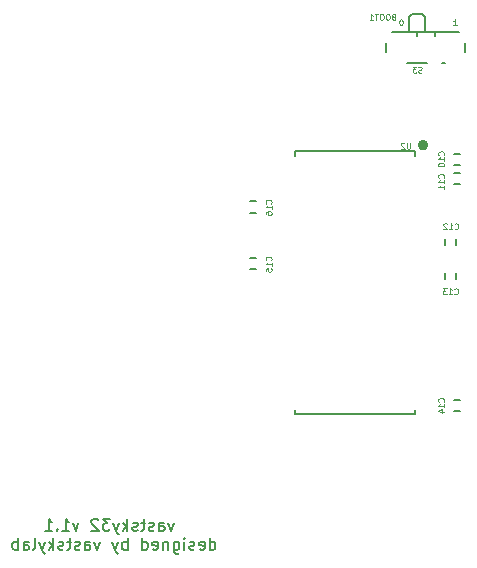
<source format=gbr>
G04 #@! TF.FileFunction,Legend,Bot*
%FSLAX46Y46*%
G04 Gerber Fmt 4.6, Leading zero omitted, Abs format (unit mm)*
G04 Created by KiCad (PCBNEW 4.0.6) date 03/11/19 23:36:44*
%MOMM*%
%LPD*%
G01*
G04 APERTURE LIST*
%ADD10C,0.100000*%
%ADD11C,0.070000*%
%ADD12C,0.150000*%
%ADD13C,0.500000*%
G04 APERTURE END LIST*
D10*
D11*
X137886191Y-100696190D02*
X137933810Y-100696190D01*
X137981429Y-100720000D01*
X138005238Y-100743810D01*
X138029048Y-100791429D01*
X138052857Y-100886667D01*
X138052857Y-101005714D01*
X138029048Y-101100952D01*
X138005238Y-101148571D01*
X137981429Y-101172381D01*
X137933810Y-101196190D01*
X137886191Y-101196190D01*
X137838572Y-101172381D01*
X137814762Y-101148571D01*
X137790953Y-101100952D01*
X137767143Y-101005714D01*
X137767143Y-100886667D01*
X137790953Y-100791429D01*
X137814762Y-100743810D01*
X137838572Y-100720000D01*
X137886191Y-100696190D01*
X142632857Y-101196190D02*
X142347143Y-101196190D01*
X142490000Y-101196190D02*
X142490000Y-100696190D01*
X142442381Y-100767619D01*
X142394762Y-100815238D01*
X142347143Y-100839048D01*
D12*
X121709049Y-145602381D02*
X121709049Y-144602381D01*
X121709049Y-145554762D02*
X121804287Y-145602381D01*
X121994764Y-145602381D01*
X122090002Y-145554762D01*
X122137621Y-145507143D01*
X122185240Y-145411905D01*
X122185240Y-145126190D01*
X122137621Y-145030952D01*
X122090002Y-144983333D01*
X121994764Y-144935714D01*
X121804287Y-144935714D01*
X121709049Y-144983333D01*
X120851906Y-145554762D02*
X120947144Y-145602381D01*
X121137621Y-145602381D01*
X121232859Y-145554762D01*
X121280478Y-145459524D01*
X121280478Y-145078571D01*
X121232859Y-144983333D01*
X121137621Y-144935714D01*
X120947144Y-144935714D01*
X120851906Y-144983333D01*
X120804287Y-145078571D01*
X120804287Y-145173810D01*
X121280478Y-145269048D01*
X120423335Y-145554762D02*
X120328097Y-145602381D01*
X120137621Y-145602381D01*
X120042382Y-145554762D01*
X119994763Y-145459524D01*
X119994763Y-145411905D01*
X120042382Y-145316667D01*
X120137621Y-145269048D01*
X120280478Y-145269048D01*
X120375716Y-145221429D01*
X120423335Y-145126190D01*
X120423335Y-145078571D01*
X120375716Y-144983333D01*
X120280478Y-144935714D01*
X120137621Y-144935714D01*
X120042382Y-144983333D01*
X119566192Y-145602381D02*
X119566192Y-144935714D01*
X119566192Y-144602381D02*
X119613811Y-144650000D01*
X119566192Y-144697619D01*
X119518573Y-144650000D01*
X119566192Y-144602381D01*
X119566192Y-144697619D01*
X118661430Y-144935714D02*
X118661430Y-145745238D01*
X118709049Y-145840476D01*
X118756668Y-145888095D01*
X118851907Y-145935714D01*
X118994764Y-145935714D01*
X119090002Y-145888095D01*
X118661430Y-145554762D02*
X118756668Y-145602381D01*
X118947145Y-145602381D01*
X119042383Y-145554762D01*
X119090002Y-145507143D01*
X119137621Y-145411905D01*
X119137621Y-145126190D01*
X119090002Y-145030952D01*
X119042383Y-144983333D01*
X118947145Y-144935714D01*
X118756668Y-144935714D01*
X118661430Y-144983333D01*
X118185240Y-144935714D02*
X118185240Y-145602381D01*
X118185240Y-145030952D02*
X118137621Y-144983333D01*
X118042383Y-144935714D01*
X117899525Y-144935714D01*
X117804287Y-144983333D01*
X117756668Y-145078571D01*
X117756668Y-145602381D01*
X116899525Y-145554762D02*
X116994763Y-145602381D01*
X117185240Y-145602381D01*
X117280478Y-145554762D01*
X117328097Y-145459524D01*
X117328097Y-145078571D01*
X117280478Y-144983333D01*
X117185240Y-144935714D01*
X116994763Y-144935714D01*
X116899525Y-144983333D01*
X116851906Y-145078571D01*
X116851906Y-145173810D01*
X117328097Y-145269048D01*
X115994763Y-145602381D02*
X115994763Y-144602381D01*
X115994763Y-145554762D02*
X116090001Y-145602381D01*
X116280478Y-145602381D01*
X116375716Y-145554762D01*
X116423335Y-145507143D01*
X116470954Y-145411905D01*
X116470954Y-145126190D01*
X116423335Y-145030952D01*
X116375716Y-144983333D01*
X116280478Y-144935714D01*
X116090001Y-144935714D01*
X115994763Y-144983333D01*
X114756668Y-145602381D02*
X114756668Y-144602381D01*
X114756668Y-144983333D02*
X114661430Y-144935714D01*
X114470953Y-144935714D01*
X114375715Y-144983333D01*
X114328096Y-145030952D01*
X114280477Y-145126190D01*
X114280477Y-145411905D01*
X114328096Y-145507143D01*
X114375715Y-145554762D01*
X114470953Y-145602381D01*
X114661430Y-145602381D01*
X114756668Y-145554762D01*
X113947144Y-144935714D02*
X113709049Y-145602381D01*
X113470953Y-144935714D02*
X113709049Y-145602381D01*
X113804287Y-145840476D01*
X113851906Y-145888095D01*
X113947144Y-145935714D01*
X112423334Y-144935714D02*
X112185239Y-145602381D01*
X111947143Y-144935714D01*
X111137619Y-145602381D02*
X111137619Y-145078571D01*
X111185238Y-144983333D01*
X111280476Y-144935714D01*
X111470953Y-144935714D01*
X111566191Y-144983333D01*
X111137619Y-145554762D02*
X111232857Y-145602381D01*
X111470953Y-145602381D01*
X111566191Y-145554762D01*
X111613810Y-145459524D01*
X111613810Y-145364286D01*
X111566191Y-145269048D01*
X111470953Y-145221429D01*
X111232857Y-145221429D01*
X111137619Y-145173810D01*
X110709048Y-145554762D02*
X110613810Y-145602381D01*
X110423334Y-145602381D01*
X110328095Y-145554762D01*
X110280476Y-145459524D01*
X110280476Y-145411905D01*
X110328095Y-145316667D01*
X110423334Y-145269048D01*
X110566191Y-145269048D01*
X110661429Y-145221429D01*
X110709048Y-145126190D01*
X110709048Y-145078571D01*
X110661429Y-144983333D01*
X110566191Y-144935714D01*
X110423334Y-144935714D01*
X110328095Y-144983333D01*
X109994762Y-144935714D02*
X109613810Y-144935714D01*
X109851905Y-144602381D02*
X109851905Y-145459524D01*
X109804286Y-145554762D01*
X109709048Y-145602381D01*
X109613810Y-145602381D01*
X109328095Y-145554762D02*
X109232857Y-145602381D01*
X109042381Y-145602381D01*
X108947142Y-145554762D01*
X108899523Y-145459524D01*
X108899523Y-145411905D01*
X108947142Y-145316667D01*
X109042381Y-145269048D01*
X109185238Y-145269048D01*
X109280476Y-145221429D01*
X109328095Y-145126190D01*
X109328095Y-145078571D01*
X109280476Y-144983333D01*
X109185238Y-144935714D01*
X109042381Y-144935714D01*
X108947142Y-144983333D01*
X108470952Y-145602381D02*
X108470952Y-144602381D01*
X108375714Y-145221429D02*
X108089999Y-145602381D01*
X108089999Y-144935714D02*
X108470952Y-145316667D01*
X107756666Y-144935714D02*
X107518571Y-145602381D01*
X107280475Y-144935714D02*
X107518571Y-145602381D01*
X107613809Y-145840476D01*
X107661428Y-145888095D01*
X107756666Y-145935714D01*
X106756666Y-145602381D02*
X106851904Y-145554762D01*
X106899523Y-145459524D01*
X106899523Y-144602381D01*
X105947141Y-145602381D02*
X105947141Y-145078571D01*
X105994760Y-144983333D01*
X106089998Y-144935714D01*
X106280475Y-144935714D01*
X106375713Y-144983333D01*
X105947141Y-145554762D02*
X106042379Y-145602381D01*
X106280475Y-145602381D01*
X106375713Y-145554762D01*
X106423332Y-145459524D01*
X106423332Y-145364286D01*
X106375713Y-145269048D01*
X106280475Y-145221429D01*
X106042379Y-145221429D01*
X105947141Y-145173810D01*
X105470951Y-145602381D02*
X105470951Y-144602381D01*
X105470951Y-144983333D02*
X105375713Y-144935714D01*
X105185236Y-144935714D01*
X105089998Y-144983333D01*
X105042379Y-145030952D01*
X104994760Y-145126190D01*
X104994760Y-145411905D01*
X105042379Y-145507143D01*
X105089998Y-145554762D01*
X105185236Y-145602381D01*
X105375713Y-145602381D01*
X105470951Y-145554762D01*
X118696191Y-143315714D02*
X118458096Y-143982381D01*
X118220000Y-143315714D01*
X117410476Y-143982381D02*
X117410476Y-143458571D01*
X117458095Y-143363333D01*
X117553333Y-143315714D01*
X117743810Y-143315714D01*
X117839048Y-143363333D01*
X117410476Y-143934762D02*
X117505714Y-143982381D01*
X117743810Y-143982381D01*
X117839048Y-143934762D01*
X117886667Y-143839524D01*
X117886667Y-143744286D01*
X117839048Y-143649048D01*
X117743810Y-143601429D01*
X117505714Y-143601429D01*
X117410476Y-143553810D01*
X116981905Y-143934762D02*
X116886667Y-143982381D01*
X116696191Y-143982381D01*
X116600952Y-143934762D01*
X116553333Y-143839524D01*
X116553333Y-143791905D01*
X116600952Y-143696667D01*
X116696191Y-143649048D01*
X116839048Y-143649048D01*
X116934286Y-143601429D01*
X116981905Y-143506190D01*
X116981905Y-143458571D01*
X116934286Y-143363333D01*
X116839048Y-143315714D01*
X116696191Y-143315714D01*
X116600952Y-143363333D01*
X116267619Y-143315714D02*
X115886667Y-143315714D01*
X116124762Y-142982381D02*
X116124762Y-143839524D01*
X116077143Y-143934762D01*
X115981905Y-143982381D01*
X115886667Y-143982381D01*
X115600952Y-143934762D02*
X115505714Y-143982381D01*
X115315238Y-143982381D01*
X115219999Y-143934762D01*
X115172380Y-143839524D01*
X115172380Y-143791905D01*
X115219999Y-143696667D01*
X115315238Y-143649048D01*
X115458095Y-143649048D01*
X115553333Y-143601429D01*
X115600952Y-143506190D01*
X115600952Y-143458571D01*
X115553333Y-143363333D01*
X115458095Y-143315714D01*
X115315238Y-143315714D01*
X115219999Y-143363333D01*
X114743809Y-143982381D02*
X114743809Y-142982381D01*
X114648571Y-143601429D02*
X114362856Y-143982381D01*
X114362856Y-143315714D02*
X114743809Y-143696667D01*
X114029523Y-143315714D02*
X113791428Y-143982381D01*
X113553332Y-143315714D02*
X113791428Y-143982381D01*
X113886666Y-144220476D01*
X113934285Y-144268095D01*
X114029523Y-144315714D01*
X113267618Y-142982381D02*
X112648570Y-142982381D01*
X112981904Y-143363333D01*
X112839046Y-143363333D01*
X112743808Y-143410952D01*
X112696189Y-143458571D01*
X112648570Y-143553810D01*
X112648570Y-143791905D01*
X112696189Y-143887143D01*
X112743808Y-143934762D01*
X112839046Y-143982381D01*
X113124761Y-143982381D01*
X113219999Y-143934762D01*
X113267618Y-143887143D01*
X112267618Y-143077619D02*
X112219999Y-143030000D01*
X112124761Y-142982381D01*
X111886665Y-142982381D01*
X111791427Y-143030000D01*
X111743808Y-143077619D01*
X111696189Y-143172857D01*
X111696189Y-143268095D01*
X111743808Y-143410952D01*
X112315237Y-143982381D01*
X111696189Y-143982381D01*
X110600951Y-143315714D02*
X110362856Y-143982381D01*
X110124760Y-143315714D01*
X109219998Y-143982381D02*
X109791427Y-143982381D01*
X109505713Y-143982381D02*
X109505713Y-142982381D01*
X109600951Y-143125238D01*
X109696189Y-143220476D01*
X109791427Y-143268095D01*
X108791427Y-143887143D02*
X108743808Y-143934762D01*
X108791427Y-143982381D01*
X108839046Y-143934762D01*
X108791427Y-143887143D01*
X108791427Y-143982381D01*
X107791427Y-143982381D02*
X108362856Y-143982381D01*
X108077142Y-143982381D02*
X108077142Y-142982381D01*
X108172380Y-143125238D01*
X108267618Y-143220476D01*
X108362856Y-143268095D01*
X140750000Y-102075000D02*
X140750000Y-101775000D01*
X139250000Y-102075000D02*
X139250000Y-101775000D01*
X141400000Y-104375000D02*
X141600000Y-104375000D01*
X138600000Y-100475000D02*
X138800000Y-100275000D01*
X139900000Y-100475000D02*
X139700000Y-100275000D01*
X138600000Y-101775000D02*
X138600000Y-100475000D01*
X138800000Y-100275000D02*
X139700000Y-100275000D01*
X139900000Y-100475000D02*
X139900000Y-101775000D01*
X137150000Y-101775000D02*
X142850000Y-101775000D01*
X138400000Y-104375000D02*
X140100000Y-104375000D01*
X136650000Y-103475000D02*
X136650000Y-102675000D01*
X143350000Y-102675000D02*
X143350000Y-103475000D01*
D13*
X139970000Y-111360000D02*
G75*
G03X139970000Y-111360000I-200000J0D01*
G01*
D12*
X139100000Y-134110000D02*
X139100000Y-133750000D01*
X139100000Y-134110000D02*
X128900000Y-134110000D01*
X128900000Y-134110000D02*
X128900000Y-133750000D01*
X139100000Y-111890000D02*
X139100000Y-112250000D01*
X139100000Y-111890000D02*
X128900000Y-111890000D01*
X128900000Y-111890000D02*
X128900000Y-112250000D01*
X142890000Y-113075000D02*
X142390000Y-113075000D01*
X142390000Y-112125000D02*
X142890000Y-112125000D01*
X141645000Y-119800000D02*
X141645000Y-119300000D01*
X142595000Y-119300000D02*
X142595000Y-119800000D01*
X142595000Y-122200000D02*
X142595000Y-122700000D01*
X141645000Y-122700000D02*
X141645000Y-122200000D01*
X142890000Y-133875000D02*
X142390000Y-133875000D01*
X142390000Y-132925000D02*
X142890000Y-132925000D01*
X125110000Y-120925000D02*
X125610000Y-120925000D01*
X125610000Y-121875000D02*
X125110000Y-121875000D01*
X125110000Y-116125000D02*
X125610000Y-116125000D01*
X125610000Y-117075000D02*
X125110000Y-117075000D01*
X142890000Y-114675000D02*
X142390000Y-114675000D01*
X142390000Y-113725000D02*
X142890000Y-113725000D01*
D11*
X139660952Y-105192381D02*
X139589523Y-105216190D01*
X139470476Y-105216190D01*
X139422857Y-105192381D01*
X139399047Y-105168571D01*
X139375238Y-105120952D01*
X139375238Y-105073333D01*
X139399047Y-105025714D01*
X139422857Y-105001905D01*
X139470476Y-104978095D01*
X139565714Y-104954286D01*
X139613333Y-104930476D01*
X139637142Y-104906667D01*
X139660952Y-104859048D01*
X139660952Y-104811429D01*
X139637142Y-104763810D01*
X139613333Y-104740000D01*
X139565714Y-104716190D01*
X139446666Y-104716190D01*
X139375238Y-104740000D01*
X139208571Y-104716190D02*
X138899048Y-104716190D01*
X139065714Y-104906667D01*
X138994286Y-104906667D01*
X138946667Y-104930476D01*
X138922857Y-104954286D01*
X138899048Y-105001905D01*
X138899048Y-105120952D01*
X138922857Y-105168571D01*
X138946667Y-105192381D01*
X138994286Y-105216190D01*
X139137143Y-105216190D01*
X139184762Y-105192381D01*
X139208571Y-105168571D01*
X137266667Y-100474286D02*
X137195238Y-100498095D01*
X137171429Y-100521905D01*
X137147619Y-100569524D01*
X137147619Y-100640952D01*
X137171429Y-100688571D01*
X137195238Y-100712381D01*
X137242857Y-100736190D01*
X137433333Y-100736190D01*
X137433333Y-100236190D01*
X137266667Y-100236190D01*
X137219048Y-100260000D01*
X137195238Y-100283810D01*
X137171429Y-100331429D01*
X137171429Y-100379048D01*
X137195238Y-100426667D01*
X137219048Y-100450476D01*
X137266667Y-100474286D01*
X137433333Y-100474286D01*
X136838095Y-100236190D02*
X136742857Y-100236190D01*
X136695238Y-100260000D01*
X136647619Y-100307619D01*
X136623810Y-100402857D01*
X136623810Y-100569524D01*
X136647619Y-100664762D01*
X136695238Y-100712381D01*
X136742857Y-100736190D01*
X136838095Y-100736190D01*
X136885714Y-100712381D01*
X136933333Y-100664762D01*
X136957143Y-100569524D01*
X136957143Y-100402857D01*
X136933333Y-100307619D01*
X136885714Y-100260000D01*
X136838095Y-100236190D01*
X136314285Y-100236190D02*
X136219047Y-100236190D01*
X136171428Y-100260000D01*
X136123809Y-100307619D01*
X136100000Y-100402857D01*
X136100000Y-100569524D01*
X136123809Y-100664762D01*
X136171428Y-100712381D01*
X136219047Y-100736190D01*
X136314285Y-100736190D01*
X136361904Y-100712381D01*
X136409523Y-100664762D01*
X136433333Y-100569524D01*
X136433333Y-100402857D01*
X136409523Y-100307619D01*
X136361904Y-100260000D01*
X136314285Y-100236190D01*
X135957142Y-100236190D02*
X135671428Y-100236190D01*
X135814285Y-100736190D02*
X135814285Y-100236190D01*
X135242857Y-100736190D02*
X135528571Y-100736190D01*
X135385714Y-100736190D02*
X135385714Y-100236190D01*
X135433333Y-100307619D01*
X135480952Y-100355238D01*
X135528571Y-100379048D01*
X138680952Y-111156190D02*
X138680952Y-111560952D01*
X138657143Y-111608571D01*
X138633333Y-111632381D01*
X138585714Y-111656190D01*
X138490476Y-111656190D01*
X138442857Y-111632381D01*
X138419048Y-111608571D01*
X138395238Y-111560952D01*
X138395238Y-111156190D01*
X138180952Y-111203810D02*
X138157142Y-111180000D01*
X138109523Y-111156190D01*
X137990476Y-111156190D01*
X137942857Y-111180000D01*
X137919047Y-111203810D01*
X137895238Y-111251429D01*
X137895238Y-111299048D01*
X137919047Y-111370476D01*
X138204761Y-111656190D01*
X137895238Y-111656190D01*
X141508571Y-112198572D02*
X141532381Y-112174762D01*
X141556190Y-112103334D01*
X141556190Y-112055715D01*
X141532381Y-111984286D01*
X141484762Y-111936667D01*
X141437143Y-111912858D01*
X141341905Y-111889048D01*
X141270476Y-111889048D01*
X141175238Y-111912858D01*
X141127619Y-111936667D01*
X141080000Y-111984286D01*
X141056190Y-112055715D01*
X141056190Y-112103334D01*
X141080000Y-112174762D01*
X141103810Y-112198572D01*
X141556190Y-112674762D02*
X141556190Y-112389048D01*
X141556190Y-112531905D02*
X141056190Y-112531905D01*
X141127619Y-112484286D01*
X141175238Y-112436667D01*
X141199048Y-112389048D01*
X141056190Y-112984286D02*
X141056190Y-113031905D01*
X141080000Y-113079524D01*
X141103810Y-113103333D01*
X141151429Y-113127143D01*
X141246667Y-113150952D01*
X141365714Y-113150952D01*
X141460952Y-113127143D01*
X141508571Y-113103333D01*
X141532381Y-113079524D01*
X141556190Y-113031905D01*
X141556190Y-112984286D01*
X141532381Y-112936667D01*
X141508571Y-112912857D01*
X141460952Y-112889048D01*
X141365714Y-112865238D01*
X141246667Y-112865238D01*
X141151429Y-112889048D01*
X141103810Y-112912857D01*
X141080000Y-112936667D01*
X141056190Y-112984286D01*
X142451428Y-118418571D02*
X142475238Y-118442381D01*
X142546666Y-118466190D01*
X142594285Y-118466190D01*
X142665714Y-118442381D01*
X142713333Y-118394762D01*
X142737142Y-118347143D01*
X142760952Y-118251905D01*
X142760952Y-118180476D01*
X142737142Y-118085238D01*
X142713333Y-118037619D01*
X142665714Y-117990000D01*
X142594285Y-117966190D01*
X142546666Y-117966190D01*
X142475238Y-117990000D01*
X142451428Y-118013810D01*
X141975238Y-118466190D02*
X142260952Y-118466190D01*
X142118095Y-118466190D02*
X142118095Y-117966190D01*
X142165714Y-118037619D01*
X142213333Y-118085238D01*
X142260952Y-118109048D01*
X141784762Y-118013810D02*
X141760952Y-117990000D01*
X141713333Y-117966190D01*
X141594286Y-117966190D01*
X141546667Y-117990000D01*
X141522857Y-118013810D01*
X141499048Y-118061429D01*
X141499048Y-118109048D01*
X141522857Y-118180476D01*
X141808571Y-118466190D01*
X141499048Y-118466190D01*
X142431428Y-123938571D02*
X142455238Y-123962381D01*
X142526666Y-123986190D01*
X142574285Y-123986190D01*
X142645714Y-123962381D01*
X142693333Y-123914762D01*
X142717142Y-123867143D01*
X142740952Y-123771905D01*
X142740952Y-123700476D01*
X142717142Y-123605238D01*
X142693333Y-123557619D01*
X142645714Y-123510000D01*
X142574285Y-123486190D01*
X142526666Y-123486190D01*
X142455238Y-123510000D01*
X142431428Y-123533810D01*
X141955238Y-123986190D02*
X142240952Y-123986190D01*
X142098095Y-123986190D02*
X142098095Y-123486190D01*
X142145714Y-123557619D01*
X142193333Y-123605238D01*
X142240952Y-123629048D01*
X141788571Y-123486190D02*
X141479048Y-123486190D01*
X141645714Y-123676667D01*
X141574286Y-123676667D01*
X141526667Y-123700476D01*
X141502857Y-123724286D01*
X141479048Y-123771905D01*
X141479048Y-123890952D01*
X141502857Y-123938571D01*
X141526667Y-123962381D01*
X141574286Y-123986190D01*
X141717143Y-123986190D01*
X141764762Y-123962381D01*
X141788571Y-123938571D01*
X141508571Y-133068572D02*
X141532381Y-133044762D01*
X141556190Y-132973334D01*
X141556190Y-132925715D01*
X141532381Y-132854286D01*
X141484762Y-132806667D01*
X141437143Y-132782858D01*
X141341905Y-132759048D01*
X141270476Y-132759048D01*
X141175238Y-132782858D01*
X141127619Y-132806667D01*
X141080000Y-132854286D01*
X141056190Y-132925715D01*
X141056190Y-132973334D01*
X141080000Y-133044762D01*
X141103810Y-133068572D01*
X141556190Y-133544762D02*
X141556190Y-133259048D01*
X141556190Y-133401905D02*
X141056190Y-133401905D01*
X141127619Y-133354286D01*
X141175238Y-133306667D01*
X141199048Y-133259048D01*
X141222857Y-133973333D02*
X141556190Y-133973333D01*
X141032381Y-133854286D02*
X141389524Y-133735238D01*
X141389524Y-134044762D01*
X126898571Y-121108572D02*
X126922381Y-121084762D01*
X126946190Y-121013334D01*
X126946190Y-120965715D01*
X126922381Y-120894286D01*
X126874762Y-120846667D01*
X126827143Y-120822858D01*
X126731905Y-120799048D01*
X126660476Y-120799048D01*
X126565238Y-120822858D01*
X126517619Y-120846667D01*
X126470000Y-120894286D01*
X126446190Y-120965715D01*
X126446190Y-121013334D01*
X126470000Y-121084762D01*
X126493810Y-121108572D01*
X126946190Y-121584762D02*
X126946190Y-121299048D01*
X126946190Y-121441905D02*
X126446190Y-121441905D01*
X126517619Y-121394286D01*
X126565238Y-121346667D01*
X126589048Y-121299048D01*
X126446190Y-122037143D02*
X126446190Y-121799048D01*
X126684286Y-121775238D01*
X126660476Y-121799048D01*
X126636667Y-121846667D01*
X126636667Y-121965714D01*
X126660476Y-122013333D01*
X126684286Y-122037143D01*
X126731905Y-122060952D01*
X126850952Y-122060952D01*
X126898571Y-122037143D01*
X126922381Y-122013333D01*
X126946190Y-121965714D01*
X126946190Y-121846667D01*
X126922381Y-121799048D01*
X126898571Y-121775238D01*
X126898571Y-116298572D02*
X126922381Y-116274762D01*
X126946190Y-116203334D01*
X126946190Y-116155715D01*
X126922381Y-116084286D01*
X126874762Y-116036667D01*
X126827143Y-116012858D01*
X126731905Y-115989048D01*
X126660476Y-115989048D01*
X126565238Y-116012858D01*
X126517619Y-116036667D01*
X126470000Y-116084286D01*
X126446190Y-116155715D01*
X126446190Y-116203334D01*
X126470000Y-116274762D01*
X126493810Y-116298572D01*
X126946190Y-116774762D02*
X126946190Y-116489048D01*
X126946190Y-116631905D02*
X126446190Y-116631905D01*
X126517619Y-116584286D01*
X126565238Y-116536667D01*
X126589048Y-116489048D01*
X126446190Y-117203333D02*
X126446190Y-117108095D01*
X126470000Y-117060476D01*
X126493810Y-117036667D01*
X126565238Y-116989048D01*
X126660476Y-116965238D01*
X126850952Y-116965238D01*
X126898571Y-116989048D01*
X126922381Y-117012857D01*
X126946190Y-117060476D01*
X126946190Y-117155714D01*
X126922381Y-117203333D01*
X126898571Y-117227143D01*
X126850952Y-117250952D01*
X126731905Y-117250952D01*
X126684286Y-117227143D01*
X126660476Y-117203333D01*
X126636667Y-117155714D01*
X126636667Y-117060476D01*
X126660476Y-117012857D01*
X126684286Y-116989048D01*
X126731905Y-116965238D01*
X141508571Y-114108572D02*
X141532381Y-114084762D01*
X141556190Y-114013334D01*
X141556190Y-113965715D01*
X141532381Y-113894286D01*
X141484762Y-113846667D01*
X141437143Y-113822858D01*
X141341905Y-113799048D01*
X141270476Y-113799048D01*
X141175238Y-113822858D01*
X141127619Y-113846667D01*
X141080000Y-113894286D01*
X141056190Y-113965715D01*
X141056190Y-114013334D01*
X141080000Y-114084762D01*
X141103810Y-114108572D01*
X141556190Y-114584762D02*
X141556190Y-114299048D01*
X141556190Y-114441905D02*
X141056190Y-114441905D01*
X141127619Y-114394286D01*
X141175238Y-114346667D01*
X141199048Y-114299048D01*
X141556190Y-115060952D02*
X141556190Y-114775238D01*
X141556190Y-114918095D02*
X141056190Y-114918095D01*
X141127619Y-114870476D01*
X141175238Y-114822857D01*
X141199048Y-114775238D01*
M02*

</source>
